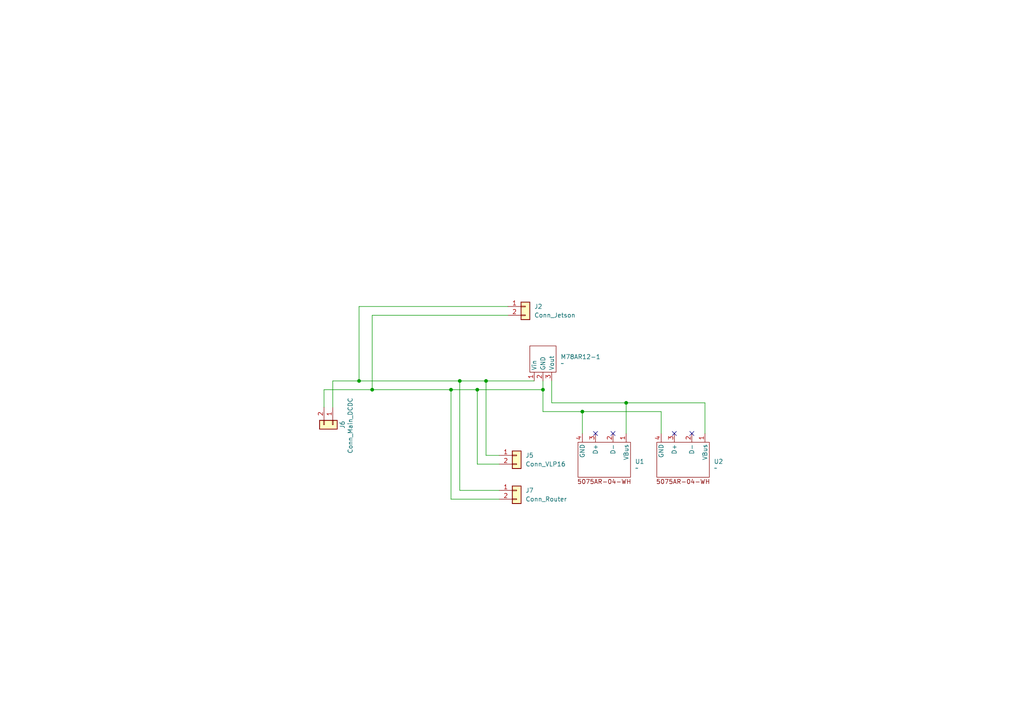
<source format=kicad_sch>
(kicad_sch (version 20231120) (generator "eeschema") (generator_version "8.0")
  (paper "A4")
  (lib_symbols
    (symbol "5075AR-04-WH:5075AR-04-WH"
      (property "Reference" "U" (at 0 0 0))
      (symbol "5075AR-04-WH_0_1"
        (rectangle (start -7.62 5.08) (end 7.62 -5.08))
      )
      (symbol "5075AR-04-WH_1_1"
        (text "5075AR-04-WH" (at 0 6.35 0) (effects (font (size 1.27 1.27))))
        (pin passive line (at -6.35 -7.62 90) (length 2.54) (name "VBus") (number "1"))
        (pin input line (at -2.54 -7.62 90) (length 2.54) (name "D-") (number "2"))
        (pin output line (at 2.54 -7.62 90) (length 2.54) (name "D+") (number "3"))
        (pin passive line (at 6.35 -7.62 90) (length 2.54) (name "GND") (number "4"))
      )
    )
    (symbol "5075AR-04-WH_1"
      (property "Reference" "U" (at 0 0 0))
      (symbol "5075AR-04-WH_1_0_1"
        (rectangle (start -7.62 5.08) (end 7.62 -5.08))
      )
      (symbol "5075AR-04-WH_1_1_1"
        (text "5075AR-04-WH" (at 0 6.35 0) (effects (font (size 1.27 1.27))))
        (pin passive line (at -6.35 -7.62 90) (length 2.54) (name "VBus") (number "1"))
        (pin input line (at -2.54 -7.62 90) (length 2.54) (name "D-") (number "2"))
        (pin output line (at 2.54 -7.62 90) (length 2.54) (name "D+") (number "3"))
        (pin passive line (at 6.35 -7.62 90) (length 2.54) (name "GND") (number "4"))
      )
    )
    (symbol "Connector_Generic:Conn_01x02" (pin_names (offset 1.016) hide)
      (property "Reference" "J" (at 0 2.54 0))
      (property "Value" "Conn_01x02" (at 0 -5.08 0))
      (symbol "Conn_01x02_1_1"
        (rectangle (start -1.27 -2.413) (end 0 -2.667) (stroke (width 0.1524)))
        (rectangle (start -1.27 0.127) (end 0 -0.127) (stroke (width 0.1524)))
        (rectangle (start -1.27 1.27) (end 1.27 -3.81) (stroke (width 0.254)) (fill (type background)))
        (pin passive line (at -5.08 0 0) (length 3.81) (name "Pin_1") (number "1"))
        (pin passive line (at -5.08 -2.54 0) (length 3.81) (name "Pin_2") (number "2"))
      )
    )
    (symbol "M78AR12-1:M78AR12-1"
      (property "Reference" "M78AR12-1" (at -0.254 5.334 0))
      (symbol "M78AR12-1_0_1"
        (rectangle (start -3.81 3.81) (end 3.81 -3.81))
      )
      (symbol "M78AR12-1_1_1"
        (pin input line (at -6.35 2.54 0) (length 2.54) (name "Vin") (number "1"))
        (pin input line (at -6.35 0 0) (length 2.54) (name "GND") (number "2"))
        (pin output line (at -6.35 -2.54 0) (length 2.54) (name "Vout") (number "3"))
      )
    )
  )
  (junction (at 168.91 119.38))
  (junction (at 133.35 110.49))
  (junction (at 181.61 116.84))
  (junction (at 138.43 113.03))
  (junction (at 140.97 110.49))
  (junction (at 157.48 113.03))
  (junction (at 130.81 113.03))
  (junction (at 104.14 110.49))
  (junction (at 107.95 113.03))
  (no_connect (at 172.72 125.73))
  (no_connect (at 195.58 125.73))
  (no_connect (at 200.66 125.73))
  (no_connect (at 177.8 125.73))
  (wire (pts (xy 96.52 110.49) (xy 104.14 110.49)))
  (wire (pts (xy 147.32 91.44) (xy 107.95 91.44)))
  (wire (pts (xy 133.35 142.24) (xy 133.35 110.49)))
  (wire (pts (xy 107.95 113.03) (xy 130.81 113.03)))
  (wire (pts (xy 157.48 110.49) (xy 157.48 113.03)))
  (wire (pts (xy 140.97 110.49) (xy 154.94 110.49)))
  (wire (pts (xy 181.61 116.84) (xy 181.61 125.73)))
  (wire (pts (xy 144.78 142.24) (xy 133.35 142.24)))
  (wire (pts (xy 130.81 113.03) (xy 130.81 144.78)))
  (wire (pts (xy 168.91 119.38) (xy 191.77 119.38)))
  (wire (pts (xy 104.14 110.49) (xy 133.35 110.49)))
  (wire (pts (xy 138.43 113.03) (xy 138.43 134.62)))
  (wire (pts (xy 93.98 113.03) (xy 93.98 118.11)))
  (wire (pts (xy 104.14 88.9) (xy 104.14 110.49)))
  (wire (pts (xy 107.95 91.44) (xy 107.95 113.03)))
  (wire (pts (xy 140.97 110.49) (xy 140.97 132.08)))
  (wire (pts (xy 130.81 113.03) (xy 138.43 113.03)))
  (wire (pts (xy 157.48 113.03) (xy 157.48 119.38)))
  (wire (pts (xy 144.78 134.62) (xy 138.43 134.62)))
  (wire (pts (xy 181.61 116.84) (xy 204.47 116.84)))
  (wire (pts (xy 140.97 132.08) (xy 144.78 132.08)))
  (wire (pts (xy 93.98 113.03) (xy 107.95 113.03)))
  (wire (pts (xy 191.77 125.73) (xy 191.77 119.38)))
  (wire (pts (xy 138.43 113.03) (xy 157.48 113.03)))
  (wire (pts (xy 160.02 110.49) (xy 160.02 116.84)))
  (wire (pts (xy 130.81 144.78) (xy 144.78 144.78)))
  (wire (pts (xy 160.02 116.84) (xy 181.61 116.84)))
  (wire (pts (xy 157.48 119.38) (xy 168.91 119.38)))
  (wire (pts (xy 147.32 88.9) (xy 104.14 88.9)))
  (wire (pts (xy 96.52 110.49) (xy 96.52 118.11)))
  (wire (pts (xy 168.91 119.38) (xy 168.91 125.73)))
  (wire (pts (xy 140.97 110.49) (xy 133.35 110.49)))
  (wire (pts (xy 204.47 116.84) (xy 204.47 125.73)))
  (symbol (lib_id "5075AR-04-WH:5075AR-04-WH") (at 198.12 133.35 180) (unit 1)
    (property "Reference" "U2" (at 207.01 133.8607 0) (effects (justify right)))
    (property "Value" "~" (at 207.01 135.7658 0) (effects (justify right)))
    (property "Footprint" "5075AR-04-WH:5075AR-04-WH" (effects (hide yes)))
  )
  (symbol (lib_id "M78AR12-1:M78AR12-1") (at 157.48 104.14 90) (unit 1)
    (property "Reference" "M78AR12-1" (at 162.56 103.5049 90) (effects (justify right)))
    (property "Value" "~" (at 162.56 105.41 90) (effects (justify right)))
    (property "Footprint" "M78AR15:M78AR15" (effects (hide yes)))
    (property "Datasheet" "https://akizukidenshi.com/goodsaffix/m78ar-1.pdf" (effects (hide yes)))
  )
  (symbol (lib_id "Connector_Generic:Conn_01x02") (at 152.4 88.9 0) (unit 1)
    (property "Reference" "J2" (at 154.94 88.8999 0) (effects (justify left)))
    (property "Value" "Conn_Jetson" (at 154.94 91.4399 0) (effects (justify left)))
    (property "Footprint" "Connector_AMASS:AMASS_XT30PW-F_1x02_P2.50mm_Horizontal" (effects (hide yes)))
    (property "Description" "Generic connector, single row, 01x02, script generated (kicad-library-utils/schlib/autogen/connector/)" (effects (hide yes)))
  )
  (symbol (lib_id "Connector_Generic:Conn_01x02") (at 149.86 142.24 0) (unit 1)
    (property "Reference" "J7" (at 152.4 142.2399 0) (effects (justify left)))
    (property "Value" "Conn_Router" (at 152.4 144.7799 0) (effects (justify left)))
    (property "Footprint" "Connector_AMASS:AMASS_XT30PW-F_1x02_P2.50mm_Horizontal" (effects (hide yes)))
    (property "Description" "Generic connector, single row, 01x02, script generated (kicad-library-utils/schlib/autogen/connector/)" (effects (hide yes)))
  )
  (symbol (lib_id "Connector_Generic:Conn_01x02") (at 149.86 132.08 0) (unit 1)
    (property "Reference" "J5" (at 152.4 132.0799 0) (effects (justify left)))
    (property "Value" "Conn_VLP16" (at 152.4 134.6199 0) (effects (justify left)))
    (property "Footprint" "Connector_AMASS:AMASS_XT30PW-F_1x02_P2.50mm_Horizontal" (effects (hide yes)))
    (property "Description" "Generic connector, single row, 01x02, script generated (kicad-library-utils/schlib/autogen/connector/)" (effects (hide yes)))
  )
  (symbol (lib_name "5075AR-04-WH_1") (lib_id "5075AR-04-WH:5075AR-04-WH") (at 175.26 133.35 180) (unit 1)
    (property "Reference" "U1" (at 184.15 133.8607 0) (effects (justify right)))
    (property "Value" "~" (at 184.15 135.7658 0) (effects (justify right)))
    (property "Footprint" "5075AR-04-WH:5075AR-04-WH" (effects (hide yes)))
  )
  (symbol (lib_id "Connector_Generic:Conn_01x02") (at 96.52 123.19 270) (unit 1)
    (property "Reference" "J6" (at 99.314 123.19 0))
    (property "Value" "Conn_Main_DCDC" (at 101.6 123.444 0))
    (property "Footprint" "Connector_AMASS:AMASS_XT30PW-F_1x02_P2.50mm_Horizontal" (effects (hide yes)))
    (property "Description" "Generic connector, single row, 01x02, script generated (kicad-library-utils/schlib/autogen/connector/)" (effects (hide yes)))
  )
)
</source>
